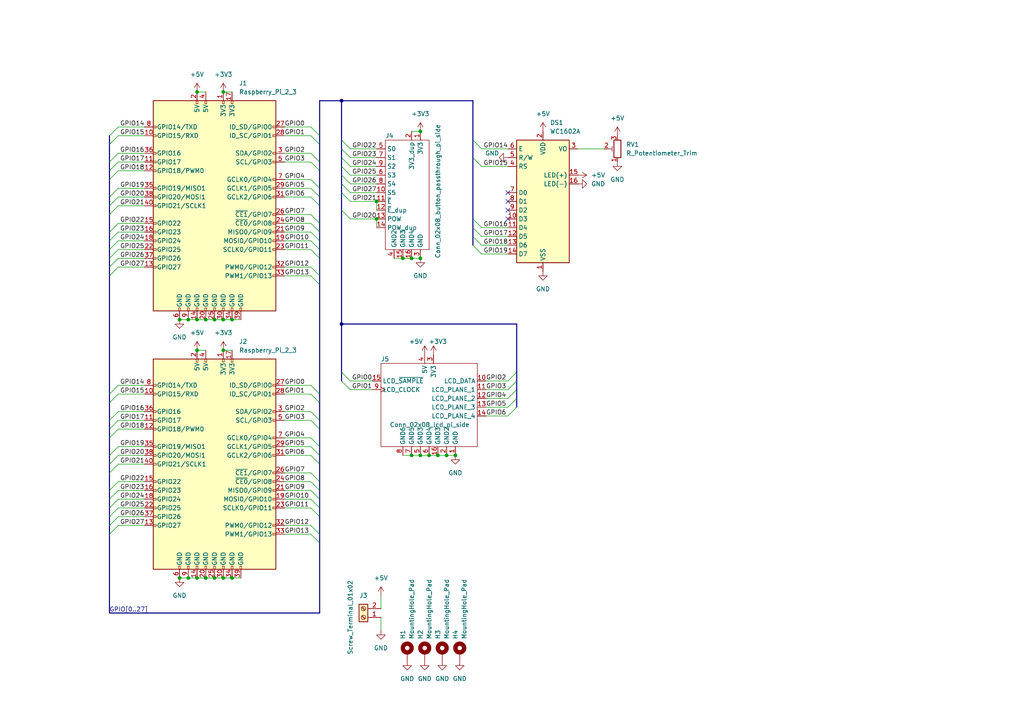
<source format=kicad_sch>
(kicad_sch (version 20211123) (generator eeschema)
  (paper "A4")
  (lib_symbols
    (symbol "Connector:Raspberry_Pi_2_3" (pin_names (offset 1.016))
      (property "Reference" "J" (at -17.78 31.75 0))
      (property "Value" "Raspberry_Pi_2_3" (at 10.16 -31.75 0))
      (symbol "Raspberry_Pi_2_3_0_1"
        (rectangle (start -17.78 30.48) (end 17.78 -30.48) (stroke (width 0.254)) (fill (type background)))
      )
      (symbol "Raspberry_Pi_2_3_1_1"
        (rectangle (start -16.891 -17.526) (end -17.78 -18.034))
        (rectangle (start -16.891 -14.986) (end -17.78 -15.494))
        (rectangle (start -16.891 -12.446) (end -17.78 -12.954))
        (rectangle (start -16.891 -9.906) (end -17.78 -10.414))
        (rectangle (start -16.891 -7.366) (end -17.78 -7.874))
        (rectangle (start -16.891 -4.826) (end -17.78 -5.334))
        (rectangle (start -16.891 0.254) (end -17.78 -0.254))
        (rectangle (start -16.891 2.794) (end -17.78 2.286))
        (rectangle (start -16.891 5.334) (end -17.78 4.826))
        (rectangle (start -16.891 10.414) (end -17.78 9.906))
        (rectangle (start -16.891 12.954) (end -17.78 12.446))
        (rectangle (start -16.891 15.494) (end -17.78 14.986))
        (rectangle (start -16.891 20.574) (end -17.78 20.066))
        (rectangle (start -16.891 23.114) (end -17.78 22.606))
        (rectangle (start -10.414 -29.591) (end -9.906 -30.48))
        (rectangle (start -7.874 -29.591) (end -7.366 -30.48))
        (rectangle (start -5.334 -29.591) (end -4.826 -30.48))
        (rectangle (start -5.334 30.48) (end -4.826 29.591))
        (rectangle (start -2.794 -29.591) (end -2.286 -30.48))
        (rectangle (start -2.794 30.48) (end -2.286 29.591))
        (rectangle (start -0.254 -29.591) (end 0.254 -30.48))
        (rectangle (start 2.286 -29.591) (end 2.794 -30.48))
        (rectangle (start 2.286 30.48) (end 2.794 29.591))
        (rectangle (start 4.826 -29.591) (end 5.334 -30.48))
        (rectangle (start 4.826 30.48) (end 5.334 29.591))
        (rectangle (start 7.366 -29.591) (end 7.874 -30.48))
        (rectangle (start 17.78 -20.066) (end 16.891 -20.574))
        (rectangle (start 17.78 -17.526) (end 16.891 -18.034))
        (rectangle (start 17.78 -12.446) (end 16.891 -12.954))
        (rectangle (start 17.78 -9.906) (end 16.891 -10.414))
        (rectangle (start 17.78 -7.366) (end 16.891 -7.874))
        (rectangle (start 17.78 -4.826) (end 16.891 -5.334))
        (rectangle (start 17.78 -2.286) (end 16.891 -2.794))
        (rectangle (start 17.78 2.794) (end 16.891 2.286))
        (rectangle (start 17.78 5.334) (end 16.891 4.826))
        (rectangle (start 17.78 7.874) (end 16.891 7.366))
        (rectangle (start 17.78 12.954) (end 16.891 12.446))
        (rectangle (start 17.78 15.494) (end 16.891 14.986))
        (rectangle (start 17.78 20.574) (end 16.891 20.066))
        (rectangle (start 17.78 23.114) (end 16.891 22.606))
        (pin power_in line (at 2.54 33.02 270) (length 2.54) (name "3V3") (number "1"))
        (pin bidirectional line (at -20.32 20.32 0) (length 2.54) (name "GPIO15/RXD") (number "10"))
        (pin bidirectional line (at -20.32 12.7 0) (length 2.54) (name "GPIO17") (number "11"))
        (pin bidirectional line (at -20.32 10.16 0) (length 2.54) (name "GPIO18/PWM0") (number "12"))
        (pin bidirectional line (at -20.32 -17.78 0) (length 2.54) (name "GPIO27") (number "13"))
        (pin power_in line (at -5.08 -33.02 90) (length 2.54) (name "GND") (number "14"))
        (pin bidirectional line (at -20.32 -5.08 0) (length 2.54) (name "GPIO22") (number "15"))
        (pin bidirectional line (at -20.32 -7.62 0) (length 2.54) (name "GPIO23") (number "16"))
        (pin power_in line (at 5.08 33.02 270) (length 2.54) (name "3V3") (number "17"))
        (pin bidirectional line (at -20.32 -10.16 0) (length 2.54) (name "GPIO24") (number "18"))
        (pin bidirectional line (at 20.32 -10.16 180) (length 2.54) (name "MOSI0/GPIO10") (number "19"))
        (pin power_in line (at -5.08 33.02 270) (length 2.54) (name "5V") (number "2"))
        (pin power_in line (at -2.54 -33.02 90) (length 2.54) (name "GND") (number "20"))
        (pin bidirectional line (at 20.32 -7.62 180) (length 2.54) (name "MISO0/GPIO9") (number "21"))
        (pin bidirectional line (at -20.32 -12.7 0) (length 2.54) (name "GPIO25") (number "22"))
        (pin bidirectional line (at 20.32 -12.7 180) (length 2.54) (name "SCLK0/GPIO11") (number "23"))
        (pin bidirectional line (at 20.32 -5.08 180) (length 2.54) (name "~{CE0}/GPIO8") (number "24"))
        (pin power_in line (at 0 -33.02 90) (length 2.54) (name "GND") (number "25"))
        (pin bidirectional line (at 20.32 -2.54 180) (length 2.54) (name "~{CE1}/GPIO7") (number "26"))
        (pin bidirectional line (at 20.32 22.86 180) (length 2.54) (name "ID_SD/GPIO0") (number "27"))
        (pin bidirectional line (at 20.32 20.32 180) (length 2.54) (name "ID_SC/GPIO1") (number "28"))
        (pin bidirectional line (at 20.32 5.08 180) (length 2.54) (name "GCLK1/GPIO5") (number "29"))
        (pin bidirectional line (at 20.32 15.24 180) (length 2.54) (name "SDA/GPIO2") (number "3"))
        (pin power_in line (at 2.54 -33.02 90) (length 2.54) (name "GND") (number "30"))
        (pin bidirectional line (at 20.32 2.54 180) (length 2.54) (name "GCLK2/GPIO6") (number "31"))
        (pin bidirectional line (at 20.32 -17.78 180) (length 2.54) (name "PWM0/GPIO12") (number "32"))
        (pin bidirectional line (at 20.32 -20.32 180) (length 2.54) (name "PWM1/GPIO13") (number "33"))
        (pin power_in line (at 5.08 -33.02 90) (length 2.54) (name "GND") (number "34"))
        (pin bidirectional line (at -20.32 5.08 0) (length 2.54) (name "GPIO19/MISO1") (number "35"))
        (pin bidirectional line (at -20.32 15.24 0) (length 2.54) (name "GPIO16") (number "36"))
        (pin bidirectional line (at -20.32 -15.24 0) (length 2.54) (name "GPIO26") (number "37"))
        (pin bidirectional line (at -20.32 2.54 0) (length 2.54) (name "GPIO20/MOSI1") (number "38"))
        (pin power_in line (at 7.62 -33.02 90) (length 2.54) (name "GND") (number "39"))
        (pin power_in line (at -2.54 33.02 270) (length 2.54) (name "5V") (number "4"))
        (pin bidirectional line (at -20.32 0 0) (length 2.54) (name "GPIO21/SCLK1") (number "40"))
        (pin bidirectional line (at 20.32 12.7 180) (length 2.54) (name "SCL/GPIO3") (number "5"))
        (pin power_in line (at -10.16 -33.02 90) (length 2.54) (name "GND") (number "6"))
        (pin bidirectional line (at 20.32 7.62 180) (length 2.54) (name "GCLK0/GPIO4") (number "7"))
        (pin bidirectional line (at -20.32 22.86 0) (length 2.54) (name "GPIO14/TXD") (number "8"))
        (pin power_in line (at -7.62 -33.02 90) (length 2.54) (name "GND") (number "9"))
      )
    )
    (symbol "Connector:Screw_Terminal_01x02" (pin_names (offset 1.016) hide)
      (property "Reference" "J" (at 0 2.54 0))
      (property "Value" "Screw_Terminal_01x02" (at 0 -5.08 0))
      (symbol "Screw_Terminal_01x02_1_1"
        (rectangle (start -1.27 1.27) (end 1.27 -3.81) (stroke (width 0.254)) (fill (type background)))
        (circle (center 0 -2.54) (radius 0.635) (stroke (width 0.1524)))
        (polyline (pts (xy -0.5334 -2.2098) (xy 0.3302 -3.048)) (stroke (width 0.1524)))
        (polyline (pts (xy -0.5334 0.3302) (xy 0.3302 -0.508)) (stroke (width 0.1524)))
        (polyline (pts (xy -0.3556 -2.032) (xy 0.508 -2.8702)) (stroke (width 0.1524)))
        (polyline (pts (xy -0.3556 0.508) (xy 0.508 -0.3302)) (stroke (width 0.1524)))
        (circle (center 0 0) (radius 0.635) (stroke (width 0.1524)))
        (pin passive line (at -5.08 0 0) (length 3.81) (name "Pin_1") (number "1"))
        (pin passive line (at -5.08 -2.54 0) (length 3.81) (name "Pin_2") (number "2"))
      )
    )
    (symbol "Device:R_Potentiometer_Trim" (pin_names (offset 1.016) hide)
      (property "Reference" "RV" (at -4.445 0 90))
      (property "Value" "R_Potentiometer_Trim" (at -2.54 0 90))
      (symbol "R_Potentiometer_Trim_0_1"
        (polyline (pts (xy 1.524 0.762) (xy 1.524 -0.762)))
        (polyline (pts (xy 2.54 0) (xy 1.524 0)))
        (rectangle (start 1.016 2.54) (end -1.016 -2.54) (stroke (width 0.254)))
      )
      (symbol "R_Potentiometer_Trim_1_1"
        (pin passive line (at 0 3.81 270) (length 1.27) (name "1") (number "1"))
        (pin passive line (at 3.81 0 180) (length 1.27) (name "2") (number "2"))
        (pin passive line (at 0 -3.81 90) (length 1.27) (name "3") (number "3"))
      )
    )
    (symbol "Display_Character:WC1602A"
      (property "Reference" "DS" (at -5.842 19.05 0))
      (property "Value" "WC1602A" (at 5.334 19.05 0))
      (symbol "WC1602A_1_1"
        (rectangle (start -7.62 17.78) (end 7.62 -17.78) (stroke (width 0.254)) (fill (type background)))
        (pin power_in line (at 0 -20.32 90) (length 2.54) (name "VSS") (number "1"))
        (pin input line (at -10.16 -5.08 0) (length 2.54) (name "D3") (number "10"))
        (pin input line (at -10.16 -7.62 0) (length 2.54) (name "D4") (number "11"))
        (pin input line (at -10.16 -10.16 0) (length 2.54) (name "D5") (number "12"))
        (pin input line (at -10.16 -12.7 0) (length 2.54) (name "D6") (number "13"))
        (pin input line (at -10.16 -15.24 0) (length 2.54) (name "D7") (number "14"))
        (pin power_in line (at 10.16 7.62 180) (length 2.54) (name "LED(+)") (number "15"))
        (pin power_in line (at 10.16 5.08 180) (length 2.54) (name "LED(-)") (number "16"))
        (pin power_in line (at 0 20.32 270) (length 2.54) (name "VDD") (number "2"))
        (pin input line (at 10.16 15.24 180) (length 2.54) (name "VO") (number "3"))
        (pin input line (at -10.16 10.16 0) (length 2.54) (name "RS") (number "4"))
        (pin input line (at -10.16 12.7 0) (length 2.54) (name "R/W") (number "5"))
        (pin input line (at -10.16 15.24 0) (length 2.54) (name "E") (number "6"))
        (pin input line (at -10.16 2.54 0) (length 2.54) (name "D0") (number "7"))
        (pin input line (at -10.16 0 0) (length 2.54) (name "D1") (number "8"))
        (pin input line (at -10.16 -2.54 0) (length 2.54) (name "D2") (number "9"))
      )
    )
    (symbol "Mechanical:MountingHole_Pad" (pin_numbers hide) (pin_names (offset 1.016) hide)
      (property "Reference" "H" (at 0 6.35 0))
      (property "Value" "MountingHole_Pad" (at 0 4.445 0))
      (symbol "MountingHole_Pad_0_1"
        (circle (center 0 1.27) (radius 1.27) (stroke (width 1.27)))
      )
      (symbol "MountingHole_Pad_1_1"
        (pin input line (at 0 -2.54 90) (length 2.54) (name "1") (number "1"))
      )
    )
    (symbol "custom_connetors:Conn_02x08_button_passthrough_pi_side"
      (property "Reference" "J" (at -6.35 11.43 0))
      (property "Value" "Conn_02x08_button_passthrough_pi_side" (at 5.08 -5.08 90))
      (symbol "Conn_02x08_button_passthrough_pi_side_0_1"
        (rectangle (start -8.89 10.16) (end 3.81 -21.59))
      )
      (symbol "Conn_02x08_button_passthrough_pi_side_1_1"
        (pin power_in line (at 1.27 12.7 270) (length 2.54) (name "3V3") (number "1"))
        (pin input line (at -11.43 -5.08 0) (length 2.54) (name "S5") (number "10"))
        (pin input line (at -11.43 -7.62 0) (length 2.54) (name "~{E}") (number "11"))
        (pin passive line (at -11.43 -10.16 0) (length 2.54) (name "~{E}_dup") (number "12"))
        (pin input line (at -11.43 -12.7 0) (length 2.54) (name "POW") (number "13"))
        (pin passive line (at -11.43 -15.24 0) (length 2.54) (name "POW_dup") (number "14"))
        (pin power_in line (at -3.81 -24.13 90) (length 2.54) (name "GND3") (number "15"))
        (pin power_in line (at -1.27 -24.13 90) (length 2.54) (name "GND4") (number "16"))
        (pin power_in line (at -1.27 12.7 270) (length 2.54) (name "3V3_dup") (number "2"))
        (pin power_in line (at 1.27 -24.13 90) (length 2.54) (name "GND") (number "3"))
        (pin power_in line (at -6.35 -24.13 90) (length 2.54) (name "GND2") (number "4"))
        (pin input line (at -11.43 7.62 0) (length 2.54) (name "S0") (number "5"))
        (pin input line (at -11.43 0 0) (length 2.54) (name "S3") (number "6"))
        (pin input line (at -11.43 5.08 0) (length 2.54) (name "S1") (number "7"))
        (pin input line (at -11.43 -2.54 0) (length 2.54) (name "S4") (number "8"))
        (pin input line (at -11.43 2.54 0) (length 2.54) (name "S2") (number "9"))
      )
    )
    (symbol "custom_connetors:Conn_02x08_lcd_pi_side"
      (property "Reference" "J" (at 2.54 13.97 0))
      (property "Value" "Conn_02x08_lcd_pi_side" (at 15.24 16.51 0))
      (symbol "Conn_02x08_lcd_pi_side_0_1"
        (rectangle (start -13.97 12.7) (end 13.97 -11.43))
      )
      (symbol "Conn_02x08_lcd_pi_side_1_1"
        (pin power_in line (at 7.62 -13.97 90) (length 2.54) (name "GND") (number "1"))
        (pin output line (at 16.51 7.62 180) (length 2.54) (name "LCD_DATA") (number "10"))
        (pin output line (at 16.51 5.08 180) (length 2.54) (name "LCD_PLANE_1") (number "11"))
        (pin output line (at 16.51 2.54 180) (length 2.54) (name "LCD_PLANE_2") (number "12"))
        (pin output line (at 16.51 0 180) (length 2.54) (name "LCD_PLANE_3") (number "13"))
        (pin output line (at 16.51 -2.54 180) (length 2.54) (name "LCD_PLANE_4") (number "14"))
        (pin input line (at -16.51 7.62 0) (length 2.54) (name "LCD_~{SAMPLE}") (number "15"))
        (pin power_in line (at 2.54 -13.97 90) (length 2.54) (name "GND3") (number "16"))
        (pin power_in line (at 5.08 -13.97 90) (length 2.54) (name "GND2") (number "2"))
        (pin power_in line (at 1.27 15.24 270) (length 2.54) (name "3V3") (number "3"))
        (pin power_in line (at -1.27 15.24 270) (length 2.54) (name "5V") (number "4"))
        (pin power_in line (at -2.54 -13.97 90) (length 2.54) (name "GND3") (number "5"))
        (pin power_in line (at 0 -13.97 90) (length 2.54) (name "GND4") (number "6"))
        (pin power_in line (at -5.08 -13.97 90) (length 2.54) (name "GND5") (number "7"))
        (pin power_in line (at -7.62 -13.97 90) (length 2.54) (name "GND6") (number "8"))
        (pin input clock (at -16.51 5.08 0) (length 2.54) (name "LCD_CLOCK") (number "9"))
      )
    )
    (symbol "power:+3V3" (power) (pin_names (offset 0))
      (property "Value" "+3V3" (at 0 3.556 0))
      (symbol "+3V3_0_1"
        (polyline (pts (xy -0.762 1.27) (xy 0 2.54)))
        (polyline (pts (xy 0 0) (xy 0 2.54)))
        (polyline (pts (xy 0 2.54) (xy 0.762 1.27)))
      )
      (symbol "+3V3_1_1"
        (pin power_in line (at 0 0 90) (length 0) hide (name "+3V3") (number "1"))
      )
    )
    (symbol "power:+5V" (power) (pin_names (offset 0))
      (property "Value" "+5V" (at 0 3.556 0))
      (symbol "+5V_0_1"
        (polyline (pts (xy -0.762 1.27) (xy 0 2.54)))
        (polyline (pts (xy 0 0) (xy 0 2.54)))
        (polyline (pts (xy 0 2.54) (xy 0.762 1.27)))
      )
      (symbol "+5V_1_1"
        (pin power_in line (at 0 0 90) (length 0) hide (name "+5V") (number "1"))
      )
    )
    (symbol "power:GND" (power) (pin_names (offset 0))
      (property "Value" "GND" (at 0 -3.81 0))
      (symbol "GND_0_1"
        (polyline (pts (xy 0 0) (xy 0 -1.27) (xy 1.27 -1.27) (xy 0 -2.54) (xy -1.27 -1.27) (xy 0 -1.27)))
      )
      (symbol "GND_1_1"
        (pin power_in line (at 0 0 270) (length 0) hide (name "GND") (number "1"))
      )
    )
  )
  (junction (at 59.69 92.71))
  (junction (at 64.77 92.71))
  (junction (at 119.38 74.93))
  (junction (at 57.15 26.67))
  (junction (at 99.06 93.98))
  (junction (at 67.31 92.71))
  (junction (at 116.84 74.93))
  (junction (at 121.92 132.08))
  (junction (at 64.77 26.67))
  (junction (at 127 132.08))
  (junction (at 62.23 167.64))
  (junction (at 109.22 63.5))
  (junction (at 124.46 132.08))
  (junction (at 64.77 101.6))
  (junction (at 57.15 167.64))
  (junction (at 57.15 92.71))
  (junction (at 62.23 92.71))
  (junction (at 121.92 38.1))
  (junction (at 64.77 167.64))
  (junction (at 121.92 74.93))
  (junction (at 54.61 167.64))
  (junction (at 52.07 92.71))
  (junction (at 119.38 132.08))
  (junction (at 52.07 167.64))
  (junction (at 67.31 167.64))
  (junction (at 109.22 58.42))
  (junction (at 54.61 92.71))
  (junction (at 59.69 167.64))
  (junction (at 129.54 132.08))
  (junction (at 57.15 101.6))
  (junction (at 99.06 29.21))
  (junction (at 132.08 132.08))
  (no_connect (at 147.32 55.88))
  (no_connect (at 147.32 58.42))
  (no_connect (at 147.32 63.5))
  (no_connect (at 147.32 60.96))
  (bus_entry (at 34.29 149.86) (size -2.54 2.54))
  (bus_entry (at 34.29 121.92) (size -2.54 2.54))
  (bus_entry (at 137.16 40.64) (size 2.54 2.54))
  (bus_entry (at 137.16 63.5) (size 2.54 2.54))
  (bus_entry (at 137.16 45.72) (size 2.54 2.54))
  (bus_entry (at 90.17 80.01) (size 2.54 2.54))
  (bus_entry (at 90.17 119.38) (size 2.54 2.54))
  (bus_entry (at 90.17 132.08) (size 2.54 2.54))
  (bus_entry (at 34.29 39.37) (size -2.54 2.54))
  (bus_entry (at 34.29 134.62) (size -2.54 2.54))
  (bus_entry (at 34.29 57.15) (size -2.54 2.54))
  (bus_entry (at 90.17 36.83) (size 2.54 2.54))
  (bus_entry (at 34.29 36.83) (size -2.54 2.54))
  (bus_entry (at 90.17 77.47) (size 2.54 2.54))
  (bus_entry (at 34.29 114.3) (size -2.54 2.54))
  (bus_entry (at 34.29 67.31) (size -2.54 2.54))
  (bus_entry (at 90.17 67.31) (size 2.54 2.54))
  (bus_entry (at 90.17 111.76) (size 2.54 2.54))
  (bus_entry (at 34.29 72.39) (size -2.54 2.54))
  (bus_entry (at 34.29 46.99) (size -2.54 2.54))
  (bus_entry (at 34.29 69.85) (size -2.54 2.54))
  (bus_entry (at 90.17 44.45) (size 2.54 2.54))
  (bus_entry (at 99.06 110.49) (size 2.54 2.54))
  (bus_entry (at 99.06 107.95) (size 2.54 2.54))
  (bus_entry (at 147.32 110.49) (size 2.54 -2.54))
  (bus_entry (at 147.32 115.57) (size 2.54 -2.54))
  (bus_entry (at 147.32 113.03) (size 2.54 -2.54))
  (bus_entry (at 147.32 120.65) (size 2.54 -2.54))
  (bus_entry (at 147.32 118.11) (size 2.54 -2.54))
  (bus_entry (at 34.29 139.7) (size -2.54 2.54))
  (bus_entry (at 90.17 147.32) (size 2.54 2.54))
  (bus_entry (at 99.06 43.18) (size 2.54 2.54))
  (bus_entry (at 99.06 55.88) (size 2.54 2.54))
  (bus_entry (at 99.06 48.26) (size 2.54 2.54))
  (bus_entry (at 90.17 139.7) (size 2.54 2.54))
  (bus_entry (at 34.29 152.4) (size -2.54 2.54))
  (bus_entry (at 34.29 59.69) (size -2.54 2.54))
  (bus_entry (at 90.17 127) (size 2.54 2.54))
  (bus_entry (at 99.06 45.72) (size 2.54 2.54))
  (bus_entry (at 90.17 144.78) (size 2.54 2.54))
  (bus_entry (at 34.29 111.76) (size -2.54 2.54))
  (bus_entry (at 34.29 144.78) (size -2.54 2.54))
  (bus_entry (at 137.16 68.58) (size 2.54 2.54))
  (bus_entry (at 90.17 62.23) (size 2.54 2.54))
  (bus_entry (at 34.29 54.61) (size -2.54 2.54))
  (bus_entry (at 90.17 154.94) (size 2.54 2.54))
  (bus_entry (at 34.29 44.45) (size -2.54 2.54))
  (bus_entry (at 34.29 64.77) (size -2.54 2.54))
  (bus_entry (at 34.29 124.46) (size -2.54 2.54))
  (bus_entry (at 90.17 52.07) (size 2.54 2.54))
  (bus_entry (at 90.17 152.4) (size 2.54 2.54))
  (bus_entry (at 90.17 129.54) (size 2.54 2.54))
  (bus_entry (at 34.29 74.93) (size -2.54 2.54))
  (bus_entry (at 99.06 60.96) (size 2.54 2.54))
  (bus_entry (at 34.29 49.53) (size -2.54 2.54))
  (bus_entry (at 90.17 137.16) (size 2.54 2.54))
  (bus_entry (at 34.29 77.47) (size -2.54 2.54))
  (bus_entry (at 90.17 64.77) (size 2.54 2.54))
  (bus_entry (at 90.17 57.15) (size 2.54 2.54))
  (bus_entry (at 34.29 147.32) (size -2.54 2.54))
  (bus_entry (at 99.06 40.64) (size 2.54 2.54))
  (bus_entry (at 34.29 119.38) (size -2.54 2.54))
  (bus_entry (at 137.16 66.04) (size 2.54 2.54))
  (bus_entry (at 137.16 71.12) (size 2.54 2.54))
  (bus_entry (at 90.17 46.99) (size 2.54 2.54))
  (bus_entry (at 34.29 132.08) (size -2.54 2.54))
  (bus_entry (at 90.17 54.61) (size 2.54 2.54))
  (bus_entry (at 90.17 39.37) (size 2.54 2.54))
  (bus_entry (at 34.29 142.24) (size -2.54 2.54))
  (bus_entry (at 90.17 72.39) (size 2.54 2.54))
  (bus_entry (at 90.17 121.92) (size 2.54 2.54))
  (bus_entry (at 99.06 53.34) (size 2.54 2.54))
  (bus_entry (at 34.29 129.54) (size -2.54 2.54))
  (bus_entry (at 90.17 114.3) (size 2.54 2.54))
  (bus_entry (at 99.06 50.8) (size 2.54 2.54))
  (bus_entry (at 90.17 142.24) (size 2.54 2.54))
  (bus_entry (at 90.17 69.85) (size 2.54 2.54))
  (wire (pts (xy 62.23 92.71) (xy 64.77 92.71)))
  (bus (pts (xy 31.75 49.53) (xy 31.75 52.07)))
  (bus (pts (xy 99.06 29.21) (xy 92.71 29.21)))
  (wire (pts (xy 82.55 147.32) (xy 90.17 147.32)))
  (wire (pts (xy 57.15 26.67) (xy 59.69 26.67)))
  (wire (pts (xy 59.69 92.71) (xy 62.23 92.71)))
  (bus (pts (xy 92.71 46.99) (xy 92.71 49.53)))
  (wire (pts (xy 110.49 172.72) (xy 110.49 176.53)))
  (bus (pts (xy 137.16 68.58) (xy 137.16 71.12)))
  (wire (pts (xy 82.55 80.01) (xy 90.17 80.01)))
  (bus (pts (xy 31.75 142.24) (xy 31.75 144.78)))
  (wire (pts (xy 101.6 58.42) (xy 109.22 58.42)))
  (wire (pts (xy 139.7 48.26) (xy 147.32 48.26)))
  (wire (pts (xy 67.31 92.71) (xy 69.85 92.71)))
  (wire (pts (xy 101.6 48.26) (xy 109.22 48.26)))
  (bus (pts (xy 31.75 137.16) (xy 31.75 142.24)))
  (wire (pts (xy 140.97 113.03) (xy 147.32 113.03)))
  (wire (pts (xy 119.38 38.1) (xy 121.92 38.1)))
  (bus (pts (xy 92.71 116.84) (xy 92.71 121.92)))
  (wire (pts (xy 101.6 110.49) (xy 107.95 110.49)))
  (bus (pts (xy 149.86 110.49) (xy 149.86 107.95)))
  (bus (pts (xy 92.71 54.61) (xy 92.71 57.15)))
  (bus (pts (xy 31.75 144.78) (xy 31.75 147.32)))
  (bus (pts (xy 92.71 132.08) (xy 92.71 134.62)))
  (wire (pts (xy 34.29 77.47) (xy 41.91 77.47)))
  (wire (pts (xy 59.69 167.64) (xy 62.23 167.64)))
  (bus (pts (xy 92.71 129.54) (xy 92.71 132.08)))
  (wire (pts (xy 34.29 142.24) (xy 41.91 142.24)))
  (bus (pts (xy 31.75 154.94) (xy 31.75 177.8)))
  (wire (pts (xy 139.7 66.04) (xy 147.32 66.04)))
  (bus (pts (xy 31.75 127) (xy 31.75 132.08)))
  (wire (pts (xy 34.29 152.4) (xy 41.91 152.4)))
  (bus (pts (xy 92.71 114.3) (xy 92.71 116.84)))
  (wire (pts (xy 129.54 132.08) (xy 132.08 132.08)))
  (bus (pts (xy 99.06 40.64) (xy 99.06 29.21)))
  (bus (pts (xy 149.86 107.95) (xy 149.86 93.98)))
  (wire (pts (xy 67.31 167.64) (xy 69.85 167.64)))
  (wire (pts (xy 34.29 139.7) (xy 41.91 139.7)))
  (bus (pts (xy 92.71 80.01) (xy 92.71 82.55)))
  (wire (pts (xy 34.29 46.99) (xy 41.91 46.99)))
  (bus (pts (xy 31.75 177.8) (xy 92.71 177.8)))
  (bus (pts (xy 149.86 118.11) (xy 149.86 115.57)))
  (wire (pts (xy 82.55 154.94) (xy 90.17 154.94)))
  (wire (pts (xy 34.29 144.78) (xy 41.91 144.78)))
  (bus (pts (xy 99.06 53.34) (xy 99.06 50.8)))
  (wire (pts (xy 101.6 63.5) (xy 109.22 63.5)))
  (wire (pts (xy 34.29 147.32) (xy 41.91 147.32)))
  (wire (pts (xy 167.64 43.18) (xy 175.26 43.18)))
  (bus (pts (xy 31.75 74.93) (xy 31.75 77.47)))
  (wire (pts (xy 82.55 144.78) (xy 90.17 144.78)))
  (wire (pts (xy 101.6 45.72) (xy 109.22 45.72)))
  (bus (pts (xy 31.75 77.47) (xy 31.75 80.01)))
  (bus (pts (xy 137.16 45.72) (xy 137.16 63.5)))
  (bus (pts (xy 99.06 45.72) (xy 99.06 43.18)))
  (wire (pts (xy 82.55 129.54) (xy 90.17 129.54)))
  (bus (pts (xy 137.16 40.64) (xy 137.16 45.72)))
  (wire (pts (xy 82.55 62.23) (xy 90.17 62.23)))
  (wire (pts (xy 82.55 77.47) (xy 90.17 77.47)))
  (bus (pts (xy 31.75 57.15) (xy 31.75 59.69)))
  (bus (pts (xy 92.71 72.39) (xy 92.71 74.93)))
  (wire (pts (xy 34.29 59.69) (xy 41.91 59.69)))
  (bus (pts (xy 92.71 144.78) (xy 92.71 147.32)))
  (bus (pts (xy 92.71 147.32) (xy 92.71 149.86)))
  (bus (pts (xy 31.75 52.07) (xy 31.75 57.15)))
  (wire (pts (xy 34.29 121.92) (xy 41.91 121.92)))
  (bus (pts (xy 99.06 43.18) (xy 99.06 40.64)))
  (bus (pts (xy 99.06 29.21) (xy 137.16 29.21)))
  (wire (pts (xy 82.55 67.31) (xy 90.17 67.31)))
  (wire (pts (xy 34.29 72.39) (xy 41.91 72.39)))
  (bus (pts (xy 31.75 46.99) (xy 31.75 49.53)))
  (wire (pts (xy 82.55 64.77) (xy 90.17 64.77)))
  (wire (pts (xy 139.7 71.12) (xy 147.32 71.12)))
  (wire (pts (xy 82.55 114.3) (xy 90.17 114.3)))
  (wire (pts (xy 82.55 54.61) (xy 90.17 54.61)))
  (wire (pts (xy 127 132.08) (xy 129.54 132.08)))
  (wire (pts (xy 57.15 92.71) (xy 59.69 92.71)))
  (bus (pts (xy 92.71 69.85) (xy 92.71 72.39)))
  (bus (pts (xy 31.75 116.84) (xy 31.75 121.92)))
  (bus (pts (xy 92.71 139.7) (xy 92.71 142.24)))
  (wire (pts (xy 64.77 26.67) (xy 67.31 26.67)))
  (wire (pts (xy 34.29 49.53) (xy 41.91 49.53)))
  (wire (pts (xy 82.55 119.38) (xy 90.17 119.38)))
  (wire (pts (xy 124.46 132.08) (xy 127 132.08)))
  (bus (pts (xy 31.75 121.92) (xy 31.75 124.46)))
  (wire (pts (xy 34.29 119.38) (xy 41.91 119.38)))
  (wire (pts (xy 119.38 74.93) (xy 121.92 74.93)))
  (bus (pts (xy 31.75 72.39) (xy 31.75 74.93)))
  (bus (pts (xy 92.71 124.46) (xy 92.71 129.54)))
  (bus (pts (xy 99.06 48.26) (xy 99.06 45.72)))
  (wire (pts (xy 101.6 55.88) (xy 109.22 55.88)))
  (wire (pts (xy 119.38 132.08) (xy 121.92 132.08)))
  (wire (pts (xy 34.29 44.45) (xy 41.91 44.45)))
  (wire (pts (xy 34.29 124.46) (xy 41.91 124.46)))
  (bus (pts (xy 92.71 29.21) (xy 92.71 39.37)))
  (wire (pts (xy 140.97 115.57) (xy 147.32 115.57)))
  (wire (pts (xy 57.15 101.6) (xy 59.69 101.6)))
  (wire (pts (xy 34.29 129.54) (xy 41.91 129.54)))
  (wire (pts (xy 82.55 44.45) (xy 90.17 44.45)))
  (wire (pts (xy 114.3 74.93) (xy 116.84 74.93)))
  (wire (pts (xy 34.29 39.37) (xy 41.91 39.37)))
  (wire (pts (xy 139.7 68.58) (xy 147.32 68.58)))
  (wire (pts (xy 140.97 118.11) (xy 147.32 118.11)))
  (wire (pts (xy 34.29 54.61) (xy 41.91 54.61)))
  (wire (pts (xy 54.61 92.71) (xy 57.15 92.71)))
  (bus (pts (xy 31.75 134.62) (xy 31.75 137.16)))
  (wire (pts (xy 64.77 167.64) (xy 67.31 167.64)))
  (bus (pts (xy 31.75 149.86) (xy 31.75 152.4)))
  (bus (pts (xy 31.75 132.08) (xy 31.75 134.62)))
  (bus (pts (xy 31.75 39.37) (xy 31.75 41.91)))
  (bus (pts (xy 92.71 121.92) (xy 92.71 124.46)))
  (wire (pts (xy 34.29 149.86) (xy 41.91 149.86)))
  (wire (pts (xy 82.55 127) (xy 90.17 127)))
  (bus (pts (xy 137.16 29.21) (xy 137.16 40.64)))
  (wire (pts (xy 62.23 167.64) (xy 64.77 167.64)))
  (wire (pts (xy 82.55 152.4) (xy 90.17 152.4)))
  (bus (pts (xy 31.75 69.85) (xy 31.75 72.39)))
  (bus (pts (xy 99.06 60.96) (xy 99.06 93.98)))
  (wire (pts (xy 101.6 113.03) (xy 107.95 113.03)))
  (wire (pts (xy 101.6 53.34) (xy 109.22 53.34)))
  (bus (pts (xy 92.71 142.24) (xy 92.71 144.78)))
  (wire (pts (xy 54.61 167.64) (xy 57.15 167.64)))
  (bus (pts (xy 99.06 60.96) (xy 99.06 55.88)))
  (bus (pts (xy 92.71 134.62) (xy 92.71 139.7)))
  (bus (pts (xy 137.16 63.5) (xy 137.16 66.04)))
  (wire (pts (xy 82.55 46.99) (xy 90.17 46.99)))
  (bus (pts (xy 99.06 93.98) (xy 99.06 107.95)))
  (bus (pts (xy 92.71 74.93) (xy 92.71 80.01)))
  (bus (pts (xy 31.75 124.46) (xy 31.75 127)))
  (bus (pts (xy 92.71 57.15) (xy 92.71 59.69)))
  (bus (pts (xy 31.75 59.69) (xy 31.75 62.23)))
  (bus (pts (xy 149.86 93.98) (xy 99.06 93.98)))
  (wire (pts (xy 34.29 36.83) (xy 41.91 36.83)))
  (wire (pts (xy 82.55 137.16) (xy 90.17 137.16)))
  (bus (pts (xy 92.71 59.69) (xy 92.71 64.77)))
  (wire (pts (xy 34.29 64.77) (xy 41.91 64.77)))
  (bus (pts (xy 31.75 80.01) (xy 31.75 114.3)))
  (bus (pts (xy 99.06 107.95) (xy 99.06 110.49)))
  (wire (pts (xy 52.07 92.71) (xy 54.61 92.71)))
  (wire (pts (xy 34.29 74.93) (xy 41.91 74.93)))
  (wire (pts (xy 116.84 132.08) (xy 119.38 132.08)))
  (wire (pts (xy 34.29 134.62) (xy 41.91 134.62)))
  (wire (pts (xy 82.55 57.15) (xy 90.17 57.15)))
  (bus (pts (xy 99.06 50.8) (xy 99.06 48.26)))
  (wire (pts (xy 82.55 121.92) (xy 90.17 121.92)))
  (wire (pts (xy 140.97 120.65) (xy 147.32 120.65)))
  (wire (pts (xy 82.55 72.39) (xy 90.17 72.39)))
  (wire (pts (xy 82.55 69.85) (xy 90.17 69.85)))
  (bus (pts (xy 31.75 62.23) (xy 31.75 67.31)))
  (wire (pts (xy 139.7 43.18) (xy 147.32 43.18)))
  (wire (pts (xy 109.22 63.5) (xy 109.22 66.04)))
  (wire (pts (xy 82.55 139.7) (xy 90.17 139.7)))
  (wire (pts (xy 139.7 73.66) (xy 147.32 73.66)))
  (bus (pts (xy 149.86 113.03) (xy 149.86 110.49)))
  (wire (pts (xy 82.55 142.24) (xy 90.17 142.24)))
  (wire (pts (xy 110.49 182.88) (xy 110.49 179.07)))
  (wire (pts (xy 52.07 167.64) (xy 54.61 167.64)))
  (wire (pts (xy 34.29 132.08) (xy 41.91 132.08)))
  (wire (pts (xy 82.55 39.37) (xy 90.17 39.37)))
  (bus (pts (xy 92.71 67.31) (xy 92.71 69.85)))
  (wire (pts (xy 140.97 110.49) (xy 147.32 110.49)))
  (wire (pts (xy 64.77 92.71) (xy 67.31 92.71)))
  (wire (pts (xy 57.15 167.64) (xy 59.69 167.64)))
  (bus (pts (xy 92.71 82.55) (xy 92.71 114.3)))
  (wire (pts (xy 82.55 132.08) (xy 90.17 132.08)))
  (bus (pts (xy 31.75 147.32) (xy 31.75 149.86)))
  (bus (pts (xy 149.86 115.57) (xy 149.86 113.03)))
  (wire (pts (xy 34.29 69.85) (xy 41.91 69.85)))
  (wire (pts (xy 34.29 111.76) (xy 41.91 111.76)))
  (bus (pts (xy 92.71 64.77) (xy 92.71 67.31)))
  (wire (pts (xy 109.22 58.42) (xy 109.22 60.96)))
  (bus (pts (xy 92.71 149.86) (xy 92.71 154.94)))
  (wire (pts (xy 82.55 36.83) (xy 90.17 36.83)))
  (bus (pts (xy 92.71 41.91) (xy 92.71 46.99)))
  (bus (pts (xy 31.75 41.91) (xy 31.75 46.99)))
  (bus (pts (xy 92.71 49.53) (xy 92.71 54.61)))
  (wire (pts (xy 34.29 114.3) (xy 41.91 114.3)))
  (wire (pts (xy 82.55 52.07) (xy 90.17 52.07)))
  (wire (pts (xy 101.6 50.8) (xy 109.22 50.8)))
  (bus (pts (xy 31.75 152.4) (xy 31.75 154.94)))
  (wire (pts (xy 116.84 74.93) (xy 119.38 74.93)))
  (wire (pts (xy 121.92 132.08) (xy 124.46 132.08)))
  (bus (pts (xy 92.71 157.48) (xy 92.71 177.8)))
  (bus (pts (xy 92.71 154.94) (xy 92.71 157.48)))
  (bus (pts (xy 92.71 39.37) (xy 92.71 41.91)))
  (wire (pts (xy 34.29 67.31) (xy 41.91 67.31)))
  (bus (pts (xy 31.75 67.31) (xy 31.75 69.85)))
  (bus (pts (xy 31.75 114.3) (xy 31.75 116.84)))
  (wire (pts (xy 34.29 57.15) (xy 41.91 57.15)))
  (bus (pts (xy 99.06 55.88) (xy 99.06 53.34)))
  (wire (pts (xy 101.6 43.18) (xy 109.22 43.18)))
  (bus (pts (xy 137.16 66.04) (xy 137.16 68.58)))
  (wire (pts (xy 64.77 101.6) (xy 67.31 101.6)))
  (wire (pts (xy 82.55 111.76) (xy 90.17 111.76)))
  (label "GPIO20" (at 41.91 132.08 180))
  (label "GPIO1" (at 82.55 114.3 0))
  (label "GPIO5" (at 140.97 118.11 0))
  (label "GPIO9" (at 82.55 142.24 0))
  (label "GPIO14" (at 41.91 36.83 180))
  (label "GPIO5" (at 82.55 129.54 0))
  (label "GPIO26" (at 41.91 74.93 180))
  (label "GPIO2" (at 140.97 110.49 0))
  (label "GPIO23" (at 109.22 45.72 180))
  (label "GPIO12" (at 82.55 152.4 0))
  (label "GPIO27" (at 109.22 55.88 180))
  (label "GPIO15" (at 147.32 48.26 180))
  (label "GPIO10" (at 82.55 69.85 0))
  (label "GPIO16" (at 147.32 66.04 180))
  (label "GPIO0" (at 107.95 110.49 180))
  (label "GPIO14" (at 147.32 43.18 180))
  (label "GPIO0" (at 82.55 36.83 0))
  (label "GPIO19" (at 41.91 129.54 180))
  (label "GPIO27" (at 41.91 152.4 180))
  (label "GPIO19" (at 147.32 73.66 180))
  (label "GPIO6" (at 140.97 120.65 0))
  (label "GPIO18" (at 41.91 49.53 180))
  (label "GPIO1" (at 82.55 39.37 0))
  (label "GPIO26" (at 41.91 149.86 180))
  (label "GPIO5" (at 82.55 54.61 0))
  (label "GPIO25" (at 41.91 147.32 180))
  (label "GPIO21" (at 109.22 58.42 180))
  (label "GPIO15" (at 41.91 39.37 180))
  (label "GPIO18" (at 147.32 71.12 180))
  (label "GPIO[0..27]" (at 31.75 177.8 0))
  (label "GPIO12" (at 82.55 77.47 0))
  (label "GPIO4" (at 82.55 127 0))
  (label "GPIO8" (at 82.55 64.77 0))
  (label "GPIO19" (at 41.91 54.61 180))
  (label "GPIO3" (at 82.55 46.99 0))
  (label "GPIO1" (at 107.95 113.03 180))
  (label "GPIO17" (at 41.91 46.99 180))
  (label "GPIO6" (at 82.55 57.15 0))
  (label "GPIO0" (at 82.55 111.76 0))
  (label "GPIO6" (at 82.55 132.08 0))
  (label "GPIO4" (at 140.97 115.57 0))
  (label "GPIO18" (at 41.91 124.46 180))
  (label "GPIO9" (at 82.55 67.31 0))
  (label "GPIO22" (at 41.91 64.77 180))
  (label "GPIO2" (at 82.55 119.38 0))
  (label "GPIO3" (at 82.55 121.92 0))
  (label "GPIO7" (at 82.55 62.23 0))
  (label "GPIO23" (at 41.91 67.31 180))
  (label "GPIO24" (at 109.22 48.26 180))
  (label "GPIO25" (at 109.22 50.8 180))
  (label "GPIO3" (at 140.97 113.03 0))
  (label "GPIO22" (at 41.91 139.7 180))
  (label "GPIO13" (at 82.55 80.01 0))
  (label "GPIO21" (at 41.91 134.62 180))
  (label "GPIO10" (at 82.55 144.78 0))
  (label "GPIO8" (at 82.55 139.7 0))
  (label "GPIO4" (at 82.55 52.07 0))
  (label "GPIO17" (at 147.32 68.58 180))
  (label "GPIO21" (at 41.91 59.69 180))
  (label "GPIO26" (at 109.22 53.34 180))
  (label "GPIO24" (at 41.91 144.78 180))
  (label "GPIO7" (at 82.55 137.16 0))
  (label "GPIO16" (at 41.91 119.38 180))
  (label "GPIO17" (at 41.91 121.92 180))
  (label "GPIO20" (at 41.91 57.15 180))
  (label "GPIO14" (at 41.91 111.76 180))
  (label "GPIO2" (at 82.55 44.45 0))
  (label "GPIO11" (at 82.55 147.32 0))
  (label "GPIO25" (at 41.91 72.39 180))
  (label "GPIO27" (at 41.91 77.47 180))
  (label "GPIO24" (at 41.91 69.85 180))
  (label "GPIO15" (at 41.91 114.3 180))
  (label "GPIO11" (at 82.55 72.39 0))
  (label "GPIO20" (at 109.22 63.5 180))
  (label "GPIO23" (at 41.91 142.24 180))
  (label "GPIO22" (at 109.22 43.18 180))
  (label "GPIO13" (at 82.55 154.94 0))
  (label "GPIO16" (at 41.91 44.45 180))
  (symbol (lib_id "power:GND") (at 110.49 182.88 0) (unit 1)
    (property "Reference" "#PWR08" (effects hide))
    (property "Value" "GND" (at 110.49 187.96 0))
  )
  (symbol (lib_id "power:+5V") (at 123.19 102.87 0) (unit 1)
    (property "Reference" "#PWR012" (effects hide))
    (property "Value" "+5V" (at 120.65 99.06 0))
  )
  (symbol (lib_id "Mechanical:MountingHole_Pad") (at 128.27 189.23 0) (unit 1)
    (property "Reference" "H3" (at 127 185.42 90) (effects (justify left)))
    (property "Value" "MountingHole_Pad" (at 129.54 185.42 90) (effects (justify left)))
    (property "Footprint" "MountingHole:MountingHole_5mm_Pad_Via" (effects hide))
  )
  (symbol (lib_id "custom_connetors:Conn_02x08_button_passthrough_pi_side") (at 120.65 50.8 0) (unit 1)
    (property "Reference" "J4" (at 111.76 39.37 0) (effects (justify left)))
    (property "Value" "Conn_02x08_button_passthrough_pi_side" (at 127 74.93 90) (effects (justify left)))
    (property "Footprint" "Connector_IDC:IDC-Header_2x08_P2.54mm_Vertical" (effects hide))
  )
  (symbol (lib_id "power:GND") (at 121.92 74.93 0) (unit 1)
    (property "Reference" "#PWR011" (effects hide))
    (property "Value" "GND" (at 121.92 80.01 0))
  )
  (symbol (lib_id "Display_Character:WC1602A") (at 157.48 58.42 0) (unit 1)
    (property "Reference" "DS1" (at 159.4994 35.56 0) (effects (justify left)))
    (property "Value" "WC1602A" (at 159.4994 38.1 0) (effects (justify left)))
    (property "Footprint" "Display:WC1602A" (effects hide))
    (property "Datasheet" "http://www.wincomlcd.com/pdf/WC1602A-SFYLYHTC06.pdf" (effects hide))
  )
  (symbol (lib_id "Connector:Raspberry_Pi_2_3") (at 62.23 59.69 0) (unit 1)
    (property "Reference" "J1" (at 69.3294 24.13 0) (effects (justify left)))
    (property "Value" "Raspberry_Pi_2_3" (at 69.3294 26.67 0) (effects (justify left)))
    (property "Footprint" "Connector_IDC:IDC-Header_2x20_P2.54mm_Vertical" (effects hide))
    (property "Datasheet" "https://www.raspberrypi.org/documentation/hardware/raspberrypi/schematics/rpi_SCH_3bplus_1p0_reduced.pdf" (effects hide))
  )
  (symbol (lib_id "power:GND") (at 133.35 191.77 0) (unit 1)
    (property "Reference" "#PWR017" (effects hide))
    (property "Value" "GND" (at 133.35 196.85 0))
  )
  (symbol (lib_id "Connector:Raspberry_Pi_2_3") (at 62.23 134.62 0) (unit 1)
    (property "Reference" "J2" (at 69.3294 99.06 0) (effects (justify left)))
    (property "Value" "Raspberry_Pi_2_3" (at 69.3294 101.6 0) (effects (justify left)))
    (property "Footprint" "Connector_IDC:IDC-Header_2x20_P2.54mm_Vertical" (effects hide))
    (property "Datasheet" "https://www.raspberrypi.org/documentation/hardware/raspberrypi/schematics/rpi_SCH_3bplus_1p0_reduced.pdf" (effects hide))
  )
  (symbol (lib_id "power:+3V3") (at 64.77 101.6 0) (unit 1)
    (property "Reference" "#PWR06" (effects hide))
    (property "Value" "+3V3" (at 64.77 96.52 0))
  )
  (symbol (lib_id "power:+5V") (at 179.07 39.37 0) (unit 1)
    (property "Reference" "#PWR023" (effects hide))
    (property "Value" "+5V" (at 179.07 34.29 0))
  )
  (symbol (lib_id "power:GND") (at 123.19 191.77 0) (unit 1)
    (property "Reference" "#PWR013" (effects hide))
    (property "Value" "GND" (at 123.19 196.85 0))
  )
  (symbol (lib_id "Mechanical:MountingHole_Pad") (at 118.11 189.23 0) (unit 1)
    (property "Reference" "H1" (at 116.84 185.42 90) (effects (justify left)))
    (property "Value" "MountingHole_Pad" (at 119.38 185.42 90) (effects (justify left)))
    (property "Footprint" "MountingHole:MountingHole_5mm_Pad_Via" (effects hide))
  )
  (symbol (lib_id "power:+5V") (at 167.64 50.8 270) (unit 1)
    (property "Reference" "#PWR021" (effects hide))
    (property "Value" "+5V" (at 171.45 50.7999 90) (effects (justify left)))
  )
  (symbol (lib_id "power:+3V3") (at 125.73 102.87 0) (unit 1)
    (property "Reference" "#PWR014" (effects hide))
    (property "Value" "+3V3" (at 127 99.06 0))
  )
  (symbol (lib_id "power:GND") (at 128.27 191.77 0) (unit 1)
    (property "Reference" "#PWR015" (effects hide))
    (property "Value" "GND" (at 128.27 196.85 0))
  )
  (symbol (lib_id "power:GND") (at 167.64 53.34 90) (unit 1)
    (property "Reference" "#PWR022" (effects hide))
    (property "Value" "GND" (at 171.45 53.3399 90) (effects (justify right)))
  )
  (symbol (lib_id "power:+3V3") (at 64.77 26.67 0) (unit 1)
    (property "Reference" "#PWR05" (effects hide))
    (property "Value" "+3V3" (at 64.77 21.59 0))
  )
  (symbol (lib_id "power:GND") (at 52.07 92.71 0) (unit 1)
    (property "Reference" "#PWR01" (effects hide))
    (property "Value" "GND" (at 52.07 97.79 0))
  )
  (symbol (lib_id "Mechanical:MountingHole_Pad") (at 133.35 189.23 0) (unit 1)
    (property "Reference" "H4" (at 132.08 185.42 90) (effects (justify left)))
    (property "Value" "MountingHole_Pad" (at 134.62 185.42 90) (effects (justify left)))
    (property "Footprint" "MountingHole:MountingHole_5mm_Pad_Via" (effects hide))
  )
  (symbol (lib_id "power:+3V3") (at 121.92 38.1 0) (unit 1)
    (property "Reference" "#PWR010" (effects hide))
    (property "Value" "+3V3" (at 121.92 33.02 0))
  )
  (symbol (lib_id "power:+5V") (at 57.15 26.67 0) (unit 1)
    (property "Reference" "#PWR03" (effects hide))
    (property "Value" "+5V" (at 57.15 21.59 0))
  )
  (symbol (lib_id "power:GND") (at 52.07 167.64 0) (unit 1)
    (property "Reference" "#PWR02" (effects hide))
    (property "Value" "GND" (at 52.07 172.72 0))
  )
  (symbol (lib_id "power:+5V") (at 57.15 101.6 0) (unit 1)
    (property "Reference" "#PWR04" (effects hide))
    (property "Value" "+5V" (at 57.15 96.52 0))
  )
  (symbol (lib_id "power:GND") (at 157.48 78.74 0) (unit 1)
    (property "Reference" "#PWR020" (effects hide))
    (property "Value" "GND" (at 157.48 83.82 0))
  )
  (symbol (lib_id "power:+5V") (at 157.48 38.1 0) (unit 1)
    (property "Reference" "#PWR019" (effects hide))
    (property "Value" "+5V" (at 157.48 33.02 0))
  )
  (symbol (lib_id "power:GND") (at 118.11 191.77 0) (unit 1)
    (property "Reference" "#PWR09" (effects hide))
    (property "Value" "GND" (at 118.11 196.85 0))
  )
  (symbol (lib_id "power:+5V") (at 110.49 172.72 0) (unit 1)
    (property "Reference" "#PWR07" (effects hide))
    (property "Value" "+5V" (at 110.49 167.64 0))
  )
  (symbol (lib_id "Connector:Screw_Terminal_01x02") (at 105.41 179.07 180) (unit 1)
    (property "Reference" "J3" (at 105.41 172.72 0))
    (property "Value" "Screw_Terminal_01x02" (at 101.6 179.07 90))
    (property "Footprint" "TerminalBlock:TerminalBlock_bornier-2_P5.08mm" (effects hide))
  )
  (symbol (lib_id "Device:R_Potentiometer_Trim") (at 179.07 43.18 180) (unit 1)
    (property "Reference" "RV1" (at 181.61 41.9099 0) (effects (justify right)))
    (property "Value" "R_Potentiometer_Trim" (at 181.61 44.4499 0) (effects (justify right)))
    (property "Footprint" "Potentiometer_THT:Potentiometer_Bourns_3296W_Vertical" (effects hide))
  )
  (symbol (lib_id "custom_connetors:Conn_02x08_lcd_pi_side") (at 124.46 118.11 0) (unit 1)
    (property "Reference" "J5" (at 110.49 104.14 0) (effects (justify left)))
    (property "Value" "Conn_02x08_lcd_pi_side" (at 113.03 123.19 0) (effects (justify left)))
    (property "Footprint" "Connector_IDC:IDC-Header_2x08_P2.54mm_Vertical" (effects hide))
  )
  (symbol (lib_id "power:GND") (at 179.07 46.99 0) (unit 1)
    (property "Reference" "#PWR024" (effects hide))
    (property "Value" "GND" (at 179.07 52.07 0))
  )
  (symbol (lib_id "power:GND") (at 147.32 45.72 270) (unit 1)
    (property "Reference" "#PWR018" (effects hide))
    (property "Value" "GND" (at 144.78 44.45 90) (effects (justify right)))
  )
  (symbol (lib_id "Mechanical:MountingHole_Pad") (at 123.19 189.23 0) (unit 1)
    (property "Reference" "H2" (at 121.92 185.42 90) (effects (justify left)))
    (property "Value" "MountingHole_Pad" (at 124.46 185.42 90) (effects (justify left)))
    (property "Footprint" "MountingHole:MountingHole_5mm_Pad_Via" (effects hide))
  )
  (symbol (lib_id "power:GND") (at 132.08 132.08 0) (unit 1)
    (property "Reference" "#PWR016" (effects hide))
    (property "Value" "GND" (at 132.08 137.16 0))
  )
)
</source>
